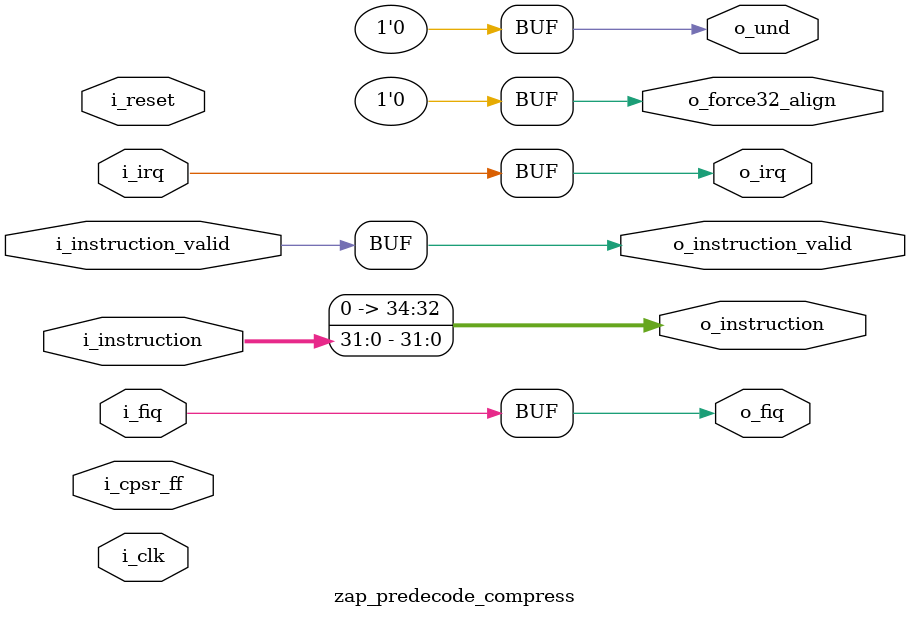
<source format=v>
`default_nettype none
`include "config.vh"

/*
Filename --
zap_decode_compress.v

HDL --
Verilog-2005

Description --
Implements a custom 16-bit instruction decoder.

!!!!!!!!!!!!!!!!!!!!!!!!!!!!!!!!!!!!!!!!!!!!!!!!!!!!!!!!!!!!!!!!!!!!!!!!!!!!!!!!!!!!!!!!!!!!!!!!!!!!!! 
!!! THIS IS NOT COMPATIBLE WITH THUMB. DO NOT ATTEMPT TO RUN THUMB CODE ON THIS - IT WILL NOT WORK !!!
!!!!!!!!!!!!!!!!!!!!!!!!!!!!!!!!!!!!!!!!!!!!!!!!!!!!!!!!!!!!!!!!!!!!!!!!!!!!!!!!!!!!!!!!!!!!!!!!!!!!!!

Author --
Revanth Kamaraj.

License --
Released under the MIT License.
*/

module zap_predecode_compress
(
        // Clock and reset.
        input wire              i_clk,
        input wire              i_reset,

        // Input from I-cache.
        input wire [31:0]       i_instruction,
        input wire              i_instruction_valid,

        // Interrupts.
        input wire              i_irq,
        input wire              i_fiq,

        // Ensure COMPRESSED mode is active.
        input wire [31:0]       i_cpsr_ff, // To ensure COMPRESSED mode is active.

        // Output to the ARM decoder.
        output reg [34:0]       o_instruction,
        output reg              o_instruction_valid,
        output reg              o_und,
        output reg              o_force32_align, // Forces the memory access unit to ignore the lower 2-bits of the address.

        // Interrupt outputs.
        output reg              o_irq,
        output reg              o_fiq
);

`include "cc.vh"
`include "cpsr.vh"
`include "instruction_patterns.vh"
`include "opcodes.vh"
`include "shtype.vh"
`include "regs.vh"

`ifdef COMPRESS_EN

reg [11:0] offset_ff, offset_nxt;       // Remember offset.

always @ (posedge i_clk) 
        if ( i_instruction_valid )
                offset_ff <= offset_nxt;
`endif

always @*
begin
        // If you are not in COMPRESSED mode, just pass stuff on.
        o_instruction_valid     = i_instruction_valid;
        o_und                   = 0;
        o_instruction           = i_instruction;
        o_irq                   = i_irq;
        o_fiq                   = i_fiq;
        o_force32_align         = 0;

        `ifdef COMPRESS_EN

        offset_nxt = i_instruction[11:0];

        if ( i_cpsr_ff[T] && i_instruction_valid ) // COMPRESSED mode.
        begin
                casez ( i_instruction[15:0] )
                        T_ADD_SUB_LO            : decode_add_sub_lo; 
                        T_SWI                   : decode_swi;
                        T_BRANCH_COND           : decode_conditional_branch; 
                        T_BRANCH_NOCOND         : decode_unconditional_branch;
                        T_BL                    : decode_bl;
                        T_BX                    : decode_bx;
                        T_SHIFT                 : decode_shift;
                        T_MCAS_IMM              : decode_mcas_imm;    // MOV,CMP,ADD,SUB IMM.
                        T_ALU_LO                : decode_alu_lo;
                        T_ALU_HI                : decode_alu_hi;
                        T_PC_REL_LOAD           : decode_pc_rel_load; // LDR Rd, [PC, {#imm8,0,0}] 
                        T_LDR_STR_5BIT_OFF      : decode_ldr_str_5bit_off;
                        T_LDRH_STRH_5BIT_OFF    : decode_ldrh_strh_5bit_off;
                        T_LDRH_STRH_REG         : decode_ldrh_strh_reg; // Complex. 
                        T_SP_REL_LDR_STR        : decode_sp_rel_ldr_str;
                        T_LDMIA_STMIA           : decode_ldmia_stmia;
                        T_POP_PUSH              : decode_pop_push;
                        T_GET_ADDR              : decode_get_addr;
                        T_MOD_SP                : decode_mod_sp;
                        default: 
                        begin
                                `ifdef SIM
                                        $display($time, "%m: Not implemented in COMPRESSED decoder!!!");
                                `endif

                                o_und = 1;
                        end
                endcase 
        end
        `endif
end

`ifdef COMPRESS_EN

task decode_get_addr;
begin: dcdGetAddr
        reg [11:0] imm;
        reg [3:0] rd;

        rd              = i_instruction[10:8];
        imm[7:0]        = i_instruction[7:0];
        imm[11:8]       = 4'd15; // To achieve a left shift of 2 i.e., *4

        o_instruction = 0;

        // ADD Rd, PC, imm
        o_instruction[31:0] = {AL, 2'b00, 1'b1, ADD, 1'd0, 4'd15, rd, imm};           // PC

        // ADD Rd, SP, imm
        if ( i_instruction[11] ) // SP
        begin
                o_instruction[31:0] = {AL, 2'b00, 1'b1, ADD, 1'd0, 4'd13, rd, imm};  // SP
        end
end
endtask

task decode_mod_sp;
begin: dcdModSp
        reg [11:0] imm;

        imm[7:0]        = i_instruction[6:0];
        imm[11:8]       = 4'd15; // To achieve a left shift of 2 i.e., *4

        o_instruction = 0;

        o_instruction[31:0] = {AL, 2'b00, 1'b1, ADD, 1'd0, 4'd13, 4'd13, imm};           

        // SUB/ADD R13, R13, imm
        if ( i_instruction[7] != 0 ) // SUB
        begin
                o_instruction[31:0] = {AL, 2'b00, 1'b1, SUB, 1'd0, 4'd13, 4'd13, imm};  
        end
end
endtask

task decode_pop_push;
begin: decodePopPush
        // Uses an FD stack. Thus it is DA type i.e., post index down by 4. Writeback is implicit so make W = 0.

        reg [3:0] base;
        reg [15:0] reglist; 

        o_instruction = 0;
        base = 13;

        reglist = i_instruction[7:0];

        if ( i_instruction[8] == 1 && i_instruction[11] ) // Pop.
        begin
                reglist[15] = 1'd1;
        end
        else if ( i_instruction[8] == 1 && !i_instruction[11] ) // Push.
        begin
                reglist[14] = 1'd1;
        end

        o_instruction = {AL, 3'b100, 1'd0, 1'd0, 1'd0, 1'd1, i_instruction[11], base, reglist};
end
endtask

task decode_ldmia_stmia;
begin: dcdLdmiaStmia
        // Implicit IA type i.e., post index up by 4. Make WB = 1.

        reg [3:0] base;
        reg [15:0] reglist;

        base = i_instruction[10:8];
        reglist = i_instruction[7:0];

        o_instruction = 0;
        o_instruction = {AL, 3'b100, 1'd0, 1'd1, 1'd0, 1'd1, i_instruction[11], base, reglist};
end
endtask

task decode_sp_rel_ldr_str;
begin: dcdLdrRelStr
        reg [3:0] srcdest;
        reg [3:0] base;
        reg [11:0] imm;

        srcdest = i_instruction[10:8];
        base    = ARCH_SP;
        imm    = i_instruction[7:0] << 2;

        o_instruction = 0;
        o_instruction = {AL, 3'b010, 1'd1, 1'd0, 1'd0, 1'd0, i_instruction[11], base, srcdest, imm};
end
endtask

task decode_ldrh_strh_reg;
begin: dcdLdrhStrh
        // Use different load store format, instead of 3'b010, use 3'b011

        reg X,S,H;
        reg [3:0] srcdest, base;
        reg [11:0] offset;

        X = i_instruction[9];
        S = i_instruction[10];
        H = i_instruction[11];
        srcdest = i_instruction[2:0];
        base    = i_instruction[5:3];
        offset = i_instruction[8:6];

        o_instruction = 0;

        if ( X == 0 )
        begin
                case({H,S})
                0: o_instruction = {AL, 3'b011, 1'd1, 1'd0, 1'd0, 1'd0, 1'd0, base, srcdest, offset};// STR
                1: o_instruction = {AL, 3'b011, 1'd1, 1'd0, 1'd1, 1'd0, 1'd0, base, srcdest, offset};// STRB
                2: o_instruction = {AL, 3'b011, 1'd1, 1'd0, 1'd0, 1'd0, 1'd1, base, srcdest, offset};// LDR
                3: o_instruction = {AL, 3'b011, 1'd1, 1'd0, 1'd1, 1'd0, 1'd1, base, srcdest, offset};// LDRB
                endcase
        end
        else
        begin
                case({S,H})
                0: o_instruction = {AL, 3'b000, 1'd1, 1'd0, 1'd0, 1'd0, 1'd0, base, srcdest, 4'd0, 2'b01,offset[3:0]};// STRH
                1: o_instruction = {AL, 3'b000, 1'd1, 1'd0, 1'd0, 1'd0, 1'd1, base, srcdest, 4'd0, 2'b01,offset[3:0]};// LDRH
                2: o_instruction = {AL, 3'b000, 1'd1, 1'd0, 1'd0, 1'd0, 1'd1, base, srcdest, 4'd0, 2'b10,offset[3:0]};// LDSB
                3: o_instruction = {AL, 3'b000, 1'd1, 1'd0, 1'd0, 1'd0, 1'd1, base, srcdest, 4'd0, 2'b11,offset[3:0]};// LDSH
                endcase
        end
end
endtask

task decode_ldrh_strh_5bit_off;
begin: dcdLdrhStrh5BitOff

        reg [3:0] rn;
        reg [3:0] rd;
        reg [7:0] imm;

        o_instruction = 0;

        rn = i_instruction[5:3];
        rd = i_instruction[2:0];
        imm[7:0] = i_instruction[10:6] << 1;  

        // Unsigned halfword transfer
        o_instruction = {AL, 3'b000, 1'd1, 1'd0, 1'd1, 1'd0, i_instruction[11], rn, rd, imm[7:4], 2'b01,imm[3:0]};
end
endtask

task decode_ldr_str_5bit_off;
begin: dcLdrStr5BitOff
        reg [3:0] rn;
        reg [3:0] rd;
        reg [11:0] imm;

        o_instruction = 0;

        rn = i_instruction[5:3];
        rd = i_instruction[2:0];

        if ( i_instruction[12] == 1'd0 )
                imm[11:0] = i_instruction[10:6] << 2;        
        else
                imm[11:0] = i_instruction[10:6];

        o_instruction = {AL, 3'b010, 1'd1, 1'd0, i_instruction[12], 1'd0, i_instruction[11], rn, rd, imm};
end
endtask

task decode_pc_rel_load;
begin: dcPcRelLoad
        reg [3:0] rd;
        reg [11:0] imm;

        rd = i_instruction[10:8];
        imm = i_instruction[7:0] << 2;

        o_force32_align = 1'd1;
        o_instruction = 0;
        o_instruction = {AL, 3'b010, 1'd1, 1'd0, 1'd0, 1'd0, 1'd1, 4'b1111, rd, imm};  
end
endtask

task decode_alu_hi;
begin:dcAluHi
        // Performs operations on HI registers (atleast some of them). 
        reg [1:0] op;
        reg [3:0] rd;
        reg [3:0] rs;

        o_instruction = 0;

        op = i_instruction[9:8];
        rd = {i_instruction[7], i_instruction[2:0]};        
        rs = {i_instruction[6], i_instruction[5:3]};

        case(op)
                0: o_instruction[31:0] = {AL, 2'b00, 1'b0, ADD, 1'b0, rd, rd, 8'd0, rs}; // ADD Rd, Rd, Rs 
                1: o_instruction[31:0] = {AL, 2'b00, 1'b0, CMP, 1'b1, rd, rd, 8'd0, rs}; // CMP Rd, Rs
                2: o_instruction[31:0] = {AL, 2'b00, 1'b0, MOV, 1'b0, rd, rd, 8'd0, rs}; // MOV Rd, Rs
                3:
                begin
                        `ifdef SIM
                                $display($time, "%m: This should never happen, should be taken by BX...!");
                        `endif
                        $finish;
                end
        endcase
end
endtask

task decode_alu_lo;
begin: tskDecAluLo
        reg [3:0] op;
        reg [3:0] rs, rd;
        reg [3:0] rn;

        op = i_instruction[9:6];
        rs = i_instruction[5:3];
        rd = i_instruction[2:0];

        o_instruction = 0;

        case(op)
                0:      o_instruction[31:0] = {AL, 2'b00, 1'b0, AND, 1'd1, rd, rd, 8'd0, rs};                   // ANDS Rd, Rd, Rs
                1:      o_instruction[31:0] = {AL, 2'b00, 1'b0, EOR, 1'd1, rd, rd, 8'd0, rs};                   // EORS Rd, Rd, Rs
                2:      o_instruction[31:0] = {AL, 2'b00, 1'b0, MOV, 1'd1, rd, rd, rs, 1'd0, LSL, 1'd1, rd};    // MOVS Rd, Rd, LSL Rs
                3:      o_instruction[31:0] = {AL, 2'b00, 1'b0, MOV, 1'd1, rd, rd, rs, 1'd0, LSR, 1'd1, rd};    // MOVS Rd, Rd, LSR Rs
                4:      o_instruction[31:0] = {AL, 2'b00, 1'b0, MOV, 1'd1, rd, rd, rs, 1'd0, ASR, 1'd1, rd};    // MOVS Rd, Rd, ASR Rs
                5:      o_instruction[31:0] = {AL, 2'b00, 1'b0, ADC, 1'd1, rd, rd, 8'd0, rs};                   // ADCS Rd, Rd, Rs
                6:      o_instruction[31:0] = {AL, 2'b00, 1'b0, SBC, 1'd1, rd, rd, 8'd0, rs};                   // SBCS Rd, Rs, Rs        
                7:      o_instruction[31:0] = {AL, 2'b00, 1'b0, MOV, 1'd1, rd, rd, rs, 1'd0, ROR, 1'd1, rd};    // MOVS Rd, Rd, ROR Rs.
                8:      o_instruction[31:0] = {AL, 2'b00, 1'b0, TST, 1'd1, rd, rd, 8'd0, rs};                   // TST Rd, Rs
                9:      o_instruction[31:0] = {AL, 2'b00, 1'b1, RSB, 1'd1, rs, rd, 12'd0};                      // Rd = 0 - Rs
                10:     o_instruction[31:0] = {AL, 2'b00, 1'b1, CMP, 1'd1, rd, rd, 8'd0, rs};                   // CMP Rd, Rs
                11:     o_instruction[31:0] = {AL, 2'b00, 1'b1, CMN, 1'd1, rd, rd, 8'd0, rs};                   // CMN Rd, Rs
                12:     o_instruction[31:0] = {AL, 2'b00, 1'b1, ORR, 1'd1, rd, rd, 8'd0, rs};                   // ORRS Rd, Rd, rs 
                13:     o_instruction[31:0] = {AL, 4'b0000, 3'b000, 1'd1, rd, 4'd0, rd, 4'b1001, rs};           // MULS Rd, Rs, Rd
                14:     o_instruction[31:0] = {AL, 2'b00, 1'b1, BIC, 1'd1, rd, rd, 8'd0, rs};                   // BICS rd, rd, rs 
                15:     o_instruction[31:0] = {AL, 2'b00, 1'b1, MVN, 1'd1, rd, rd, 8'd0, rs};                   // MVNS rd, rd, rs
        endcase
end
endtask

task decode_mcas_imm;
begin: tskDecodeMcasImm
        reg [1:0]  op;
        reg [3:0]  rd;
        reg [11:0] imm;

        o_instruction = 0;

        op = i_instruction[12:11];
        rd = i_instruction[10:8];
        imm =i_instruction[7:0];

        case (op)
                0:
                begin
                        // MOV Rd, Offset8
                        o_instruction[31:0] = {AL, 2'b00, 1'b1, MOV, 1'd1, rd, rd, imm};  
                end
                1:
                begin
                        // CMP Rd, Offset8
                        o_instruction[31:0] = {AL, 2'b00, 1'b1, CMP, 1'd1, rd, rd, imm};  
                end
                2:
                begin
                        // ADDS Rd, Rd, Offset8
                        o_instruction[31:0] = {AL, 2'b00, 1'b1, ADD, 1'd1, rd, rd, imm};  
                end
                3:
                begin
                        // SUBS Rd, Rd, Offset8
                        o_instruction[31:0] = {AL, 2'b00, 1'b1, SUB, 1'd1, rd, rd, imm};  
                end
        endcase
end
endtask

task decode_add_sub_lo;
begin: tskDecodeAddSubLo
        reg [3:0] rn, rd, rs;
        reg [11:0] imm;

        o_instruction = 0;

        rn = i_instruction[8:6];
        rd = i_instruction[2:0];
        rs = i_instruction[5:3];
        imm = rn;

        case({i_instruction[9], i_instruction[10]})
        0:
        begin
                // Add Rd, Rs, Rn - Instr spec shift.
                o_instruction[31:0] = {AL, 2'b00, 1'b0, ADD, 1'd1, rs, rd, 8'd0, rn};  
        end
        1:
        begin
                // Adds Rd, Rs, #Offset3 - Immediate.
                o_instruction[31:0] = {AL, 2'b00, 1'b1, ADD, 1'd1, rn, rd, imm};  
        end
        2:
        begin
                // SUBS Rd, Rs, Rn - Instr spec shift.
                o_instruction[31:0] = {AL, 2'b00, 1'b0, SUB, 1'd1, rs, rd, 8'd0, rn}; 
        end
        3:
        begin
                // SUBS Rd, Rs, #Offset3 - Immediate.
                o_instruction[31:0] = {AL, 2'b00, 1'b1, SUB, 1'd1, rn, rd, imm}; 
        end
        endcase
end
endtask

task decode_conditional_branch;
begin
        // An MSB of 1 indicates a left shift of 1.
        o_instruction           = {1'd1, 2'b0, i_instruction[11:8], 3'b101, 1'b0, 24'd0}; 
        o_instruction[23:0]     = $signed(i_instruction[7:0]); 
end        
endtask

task decode_unconditional_branch;
begin
        // An MSB of 1 indicates a left shift of 1.
        o_instruction           = {1'd1, 2'b0, AL, 3'b101, 1'b0, 24'd0}; 
        o_instruction[23:0]     = $signed(i_instruction[10:0]);        
end
endtask

task decode_bl;
begin
        case ( i_instruction[11] )
                1'd0:
                begin
                        // Store the offset and send out a dummy instruction.
                        offset_nxt      = i_instruction[11:0];
                        o_instruction   = 32'd0;
                        o_irq           = 1'd0;
                        o_fiq           = 1'd0;
                end
                1'd1:
                begin
                        // Generate a full jump.
                        o_instruction = {1'd1, 2'b0, AL, 3'b101, 1'b1, 24'd0};
                        o_instruction[23:0] = ($signed(offset_nxt) << 12) | (offset_ff); 
                        o_irq           = 1'd0;
                        o_fiq           = 1'd0;
                end
        endcase
end
endtask

task decode_bx;
begin
        // Generate a BX Rm.
        o_instruction = 32'b0000_0001_0010_1111_1111_1111_0001_0000;
        o_instruction[31:28] = AL;
        o_instruction[3:0]   = i_instruction[6:3];
end
endtask

task decode_swi;
begin
        // Generate a SWI.
        o_instruction = 32'b0000_1111_0000_0000_0000_0000_0000_0000;
        o_instruction[31:28] = AL;
        o_instruction[7:0]   = i_instruction[7:0]; 
end
endtask

task decode_shift;
begin
        // Compressed shift instructions. Decompress to ARM with instruction specified shift.
        o_instruction           = 32'd0;                // Extension -> 0.
        o_instruction[31:28]    = AL;                   // Always execute.
        o_instruction[27:26]    = 2'b00;                // Data processing.
        o_instruction[25]       = 1'd0;                 // Immediate is ZERO.
        o_instruction[24:21]    = MOV;                  // Operation is MOV.
        o_instruction[20]       = 1'd1;                 // Do update flags.
        o_instruction[19:16]    = 4'd0;                 // ALU source. Doesn't matter.
        o_instruction[15:12]    = i_instruction[2:0] ;  // Destination. 
        o_instruction[11:7]     = i_instruction[10:6];  // Shamt.
        o_instruction[6:5]      = i_instruction[12:11]; // Shtype.
        o_instruction[3:0]      = i_instruction[5:3];   // Shifter source.
end
endtask

`endif

endmodule

</source>
